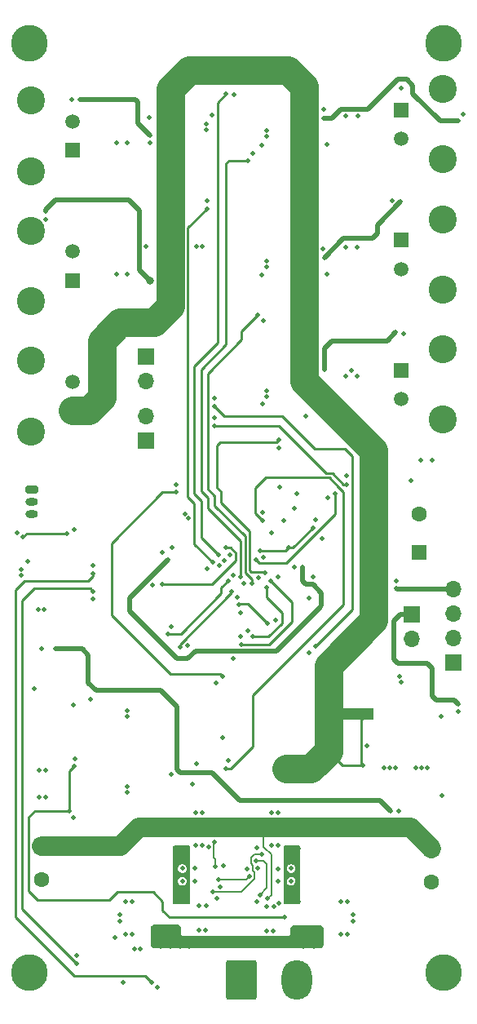
<source format=gbl>
G04 #@! TF.GenerationSoftware,KiCad,Pcbnew,(6.0.6)*
G04 #@! TF.CreationDate,2023-02-05T11:57:00-05:00*
G04 #@! TF.ProjectId,KXRPowerBoardV2,4b585250-6f77-4657-9242-6f6172645632,rev?*
G04 #@! TF.SameCoordinates,Original*
G04 #@! TF.FileFunction,Copper,L4,Bot*
G04 #@! TF.FilePolarity,Positive*
%FSLAX46Y46*%
G04 Gerber Fmt 4.6, Leading zero omitted, Abs format (unit mm)*
G04 Created by KiCad (PCBNEW (6.0.6)) date 2023-02-05 11:57:00*
%MOMM*%
%LPD*%
G01*
G04 APERTURE LIST*
G04 Aperture macros list*
%AMRoundRect*
0 Rectangle with rounded corners*
0 $1 Rounding radius*
0 $2 $3 $4 $5 $6 $7 $8 $9 X,Y pos of 4 corners*
0 Add a 4 corners polygon primitive as box body*
4,1,4,$2,$3,$4,$5,$6,$7,$8,$9,$2,$3,0*
0 Add four circle primitives for the rounded corners*
1,1,$1+$1,$2,$3*
1,1,$1+$1,$4,$5*
1,1,$1+$1,$6,$7*
1,1,$1+$1,$8,$9*
0 Add four rect primitives between the rounded corners*
20,1,$1+$1,$2,$3,$4,$5,0*
20,1,$1+$1,$4,$5,$6,$7,0*
20,1,$1+$1,$6,$7,$8,$9,0*
20,1,$1+$1,$8,$9,$2,$3,0*%
G04 Aperture macros list end*
G04 #@! TA.AperFunction,ComponentPad*
%ADD10R,1.520000X1.520000*%
G04 #@! TD*
G04 #@! TA.AperFunction,ComponentPad*
%ADD11C,1.520000*%
G04 #@! TD*
G04 #@! TA.AperFunction,ComponentPad*
%ADD12C,2.910000*%
G04 #@! TD*
G04 #@! TA.AperFunction,ComponentPad*
%ADD13R,1.700000X1.700000*%
G04 #@! TD*
G04 #@! TA.AperFunction,ComponentPad*
%ADD14O,1.700000X1.700000*%
G04 #@! TD*
G04 #@! TA.AperFunction,ComponentPad*
%ADD15C,3.800000*%
G04 #@! TD*
G04 #@! TA.AperFunction,ComponentPad*
%ADD16R,1.600000X1.600000*%
G04 #@! TD*
G04 #@! TA.AperFunction,ComponentPad*
%ADD17C,1.600000*%
G04 #@! TD*
G04 #@! TA.AperFunction,ComponentPad*
%ADD18RoundRect,0.250000X-1.330000X-1.800000X1.330000X-1.800000X1.330000X1.800000X-1.330000X1.800000X0*%
G04 #@! TD*
G04 #@! TA.AperFunction,ComponentPad*
%ADD19O,3.160000X4.100000*%
G04 #@! TD*
G04 #@! TA.AperFunction,ComponentPad*
%ADD20RoundRect,0.200000X-0.450000X0.200000X-0.450000X-0.200000X0.450000X-0.200000X0.450000X0.200000X0*%
G04 #@! TD*
G04 #@! TA.AperFunction,ComponentPad*
%ADD21O,1.300000X0.800000*%
G04 #@! TD*
G04 #@! TA.AperFunction,ViaPad*
%ADD22C,0.500000*%
G04 #@! TD*
G04 #@! TA.AperFunction,ViaPad*
%ADD23C,0.800000*%
G04 #@! TD*
G04 #@! TA.AperFunction,Conductor*
%ADD24C,0.150000*%
G04 #@! TD*
G04 #@! TA.AperFunction,Conductor*
%ADD25C,2.000000*%
G04 #@! TD*
G04 #@! TA.AperFunction,Conductor*
%ADD26C,0.500000*%
G04 #@! TD*
G04 #@! TA.AperFunction,Conductor*
%ADD27C,0.250000*%
G04 #@! TD*
G04 #@! TA.AperFunction,Conductor*
%ADD28C,3.000000*%
G04 #@! TD*
G04 APERTURE END LIST*
D10*
X182930250Y-61145000D03*
D11*
X182930250Y-58145000D03*
D12*
X178610250Y-63295000D03*
X178610250Y-55995000D03*
D13*
X222500000Y-114290000D03*
D14*
X222500000Y-111750000D03*
X222500000Y-109210000D03*
X222500000Y-106670000D03*
D10*
X182930250Y-88145000D03*
D11*
X182930250Y-85145000D03*
D12*
X178610250Y-90295000D03*
X178610250Y-82995000D03*
D13*
X190600000Y-91275000D03*
D14*
X190600000Y-88735000D03*
D15*
X221500000Y-50000000D03*
D16*
X179725000Y-133325000D03*
D17*
X179725000Y-136825000D03*
D13*
X218200000Y-109325000D03*
D14*
X218200000Y-111865000D03*
D18*
X200512500Y-147225000D03*
D19*
X206212500Y-147225000D03*
D10*
X217043000Y-56947000D03*
D11*
X217043000Y-59947000D03*
D12*
X221363000Y-54797000D03*
X221363000Y-62097000D03*
D10*
X217043000Y-70447000D03*
D11*
X217043000Y-73447000D03*
D12*
X221363000Y-68297000D03*
X221363000Y-75597000D03*
D20*
X178700000Y-96350000D03*
D21*
X178700000Y-97600000D03*
X178700000Y-98850000D03*
D10*
X182930250Y-74645000D03*
D11*
X182930250Y-71645000D03*
D12*
X178610250Y-76795000D03*
X178610250Y-69495000D03*
D13*
X190600000Y-82525000D03*
D14*
X190600000Y-85065000D03*
D16*
X218948000Y-102870000D03*
D17*
X218948000Y-98870000D03*
D15*
X221500000Y-146500000D03*
D16*
X220225000Y-133575000D03*
D17*
X220225000Y-137075000D03*
D15*
X178500000Y-146500000D03*
X178500000Y-50000000D03*
D10*
X217043000Y-83947000D03*
D11*
X217043000Y-86947000D03*
D12*
X221363000Y-81797000D03*
X221363000Y-89097000D03*
D22*
X195725000Y-133300000D03*
X219100000Y-93300000D03*
X198500000Y-122100000D03*
X199600000Y-113900000D03*
X202124500Y-139118365D03*
X210825000Y-142500000D03*
X197400000Y-57500000D03*
X216105378Y-66405378D03*
X179000000Y-117000000D03*
X201100000Y-135700000D03*
X203100000Y-86700000D03*
X183060000Y-130370000D03*
X203625000Y-129900000D03*
X198225569Y-104225569D03*
X213544611Y-122943006D03*
X204500000Y-96100000D03*
X211300000Y-84600000D03*
X209400000Y-74000000D03*
X202200000Y-135675500D03*
X185100000Y-107700000D03*
X211425500Y-94900000D03*
X216800000Y-129700000D03*
X179500000Y-125500000D03*
X221210000Y-119910000D03*
X209000000Y-56900000D03*
X216900000Y-115700000D03*
X182900000Y-55900000D03*
X196100000Y-142100000D03*
X204924685Y-99524685D03*
X189175000Y-142500000D03*
X187900000Y-140425000D03*
X208900000Y-101400000D03*
X199700000Y-55400000D03*
X197075500Y-133400000D03*
X215900000Y-125200000D03*
X223000000Y-119360634D03*
X203146794Y-142136176D03*
X203600000Y-100800000D03*
X196400000Y-133300000D03*
X206200000Y-96800000D03*
X204300000Y-133300000D03*
X198600000Y-135400000D03*
X193200000Y-125900000D03*
X188600000Y-119900000D03*
X208949500Y-71400000D03*
X203821794Y-142136176D03*
X200400000Y-109100000D03*
X204400000Y-139300000D03*
X180145167Y-68346010D03*
X188600000Y-127800000D03*
X191293767Y-106293767D03*
X201700000Y-61500000D03*
X217300000Y-80200000D03*
X216600000Y-105800000D03*
X196900000Y-104525500D03*
X212600000Y-57599500D03*
X205650000Y-135675000D03*
X200100000Y-107500000D03*
X202700000Y-87500000D03*
X192254234Y-102902968D03*
X197700000Y-88900000D03*
X190000000Y-144000000D03*
X196400000Y-71100000D03*
X189175000Y-139100000D03*
X209425500Y-97200000D03*
X179400000Y-108780000D03*
X204300000Y-105374500D03*
X202796679Y-78806500D03*
X207518000Y-107569000D03*
X206000000Y-104425500D03*
X187500000Y-60400000D03*
X180200000Y-125500000D03*
X216500000Y-125200000D03*
X196900000Y-66400000D03*
X183400000Y-144700000D03*
X196400000Y-129900000D03*
X177200000Y-100800000D03*
X187500000Y-74000000D03*
X203100000Y-86100000D03*
X207500000Y-113300000D03*
X204369237Y-92000000D03*
X223500000Y-57400000D03*
X203100000Y-73200000D03*
X212100000Y-140500000D03*
X207200000Y-88700000D03*
X194600000Y-98900000D03*
X212100000Y-141175000D03*
X188600000Y-60400000D03*
X188600000Y-74000000D03*
X203100000Y-59100000D03*
X211300000Y-71200000D03*
X196800000Y-58400000D03*
X191000000Y-60400000D03*
X196800000Y-59000000D03*
X215300000Y-125200000D03*
X177600000Y-105280000D03*
X204325000Y-135700000D03*
X177600000Y-104680000D03*
X195650000Y-135675000D03*
X183200000Y-124300000D03*
X195400000Y-126900000D03*
X198725569Y-103725569D03*
X188500000Y-139100000D03*
X197900000Y-138800000D03*
X217100000Y-116300000D03*
X202600000Y-74100000D03*
X178300000Y-103780000D03*
X195000000Y-99300000D03*
X187900000Y-141100000D03*
X196800000Y-139550000D03*
X188500000Y-142500000D03*
X217100000Y-54700000D03*
X199100000Y-124500000D03*
X211500000Y-142500000D03*
X188600000Y-127200000D03*
X204325000Y-136975000D03*
X185100000Y-104200000D03*
X188200000Y-147500000D03*
X183100000Y-100500000D03*
X195725000Y-129900000D03*
X183000000Y-118700000D03*
X200700000Y-106100000D03*
X203846794Y-139586176D03*
X203100000Y-59700000D03*
X203625000Y-133300000D03*
X198275500Y-137575500D03*
X190600000Y-71100000D03*
X212500000Y-71200000D03*
X208200000Y-99500000D03*
X199600000Y-105200000D03*
X206004680Y-98304680D03*
X187400000Y-142800000D03*
X197700000Y-86900000D03*
X203100000Y-72600000D03*
X184800000Y-118100000D03*
X202086740Y-133514961D03*
X195800000Y-124800000D03*
X202800000Y-103400000D03*
X221300000Y-128100000D03*
X211300000Y-57600000D03*
X203146794Y-139586176D03*
X209400000Y-60500000D03*
X202300000Y-105500000D03*
X195650000Y-136950000D03*
X193300000Y-102400000D03*
X211900000Y-84000000D03*
X219800000Y-125200000D03*
X194350000Y-135675000D03*
X220300000Y-93300000D03*
X200400000Y-111600000D03*
X204300000Y-129900000D03*
X195800000Y-71100000D03*
X210825000Y-139100000D03*
X189400000Y-144000000D03*
X197874500Y-116374113D03*
X204000000Y-109900000D03*
X194900000Y-112500000D03*
X202600000Y-60600000D03*
X180000000Y-108780000D03*
X191800000Y-148000000D03*
X201200000Y-111000000D03*
X207928062Y-105384404D03*
X218600000Y-125200000D03*
X190900000Y-57700000D03*
X211500000Y-139100000D03*
X205650000Y-136975000D03*
X179700000Y-112880000D03*
X219200000Y-125200000D03*
X196775000Y-142100000D03*
X212500000Y-84600000D03*
X199288319Y-103162819D03*
X193200000Y-110600000D03*
X202656233Y-98743767D03*
X180200000Y-128300000D03*
X179500000Y-128300000D03*
X188600000Y-119300000D03*
X218100000Y-95400000D03*
X194350000Y-136975000D03*
X196100000Y-139550000D03*
X193700000Y-95800000D03*
D23*
X207400000Y-142700000D03*
D22*
X193675000Y-139075000D03*
X205775000Y-133575000D03*
X206375000Y-133575000D03*
X206375000Y-139075000D03*
D23*
X193100000Y-143600000D03*
X191700000Y-142700000D03*
D22*
X194800000Y-133575000D03*
X194875000Y-139075000D03*
D23*
X192100000Y-143600000D03*
D22*
X194275000Y-139075000D03*
X205775000Y-139075000D03*
D23*
X208000000Y-143600000D03*
D22*
X193625000Y-133575000D03*
X205175000Y-133575000D03*
X194200000Y-133575000D03*
D23*
X193600000Y-142700000D03*
X195100000Y-143600000D03*
X192600000Y-142700000D03*
X206900000Y-143600000D03*
D22*
X205175000Y-139075000D03*
D23*
X206400000Y-142700000D03*
X194100000Y-143600000D03*
X208400000Y-142700000D03*
D22*
X202000000Y-134900000D03*
X202400000Y-138400000D03*
D23*
X200200000Y-130800000D03*
X199000000Y-130800000D03*
D22*
X203200000Y-138800000D03*
D23*
X201300000Y-130800000D03*
X201300000Y-132000000D03*
X199000000Y-132000000D03*
X200200000Y-132000000D03*
D22*
X207800000Y-106200000D03*
X199600000Y-113100000D03*
X205000000Y-140700000D03*
X216600000Y-106600000D03*
X182600000Y-129700000D03*
X183150000Y-125050000D03*
X192900000Y-103600000D03*
X206800000Y-104400000D03*
X207900000Y-100300000D03*
X211425500Y-95800000D03*
X205386624Y-102389624D03*
X202400000Y-102700000D03*
X197700000Y-89750000D03*
D23*
X191000500Y-74700000D03*
D22*
X180200000Y-67500000D03*
X216600000Y-53900000D03*
X209100000Y-83900000D03*
X216500000Y-80000000D03*
X202000000Y-103600000D03*
X209099750Y-72299750D03*
X210200000Y-96800000D03*
X183700000Y-55900000D03*
X223000000Y-58100000D03*
X217000000Y-66500000D03*
X209000000Y-57800000D03*
X191000000Y-59600000D03*
X181200000Y-112900000D03*
X216000000Y-129700000D03*
X223000000Y-118600000D03*
X193800000Y-125400000D03*
D23*
X204600000Y-124500000D03*
X193600000Y-75900000D03*
X206500000Y-83000000D03*
X207500000Y-56700000D03*
X207500000Y-69400000D03*
X205900000Y-125800000D03*
X207500000Y-55800000D03*
X204600000Y-125800000D03*
X193600000Y-62200000D03*
X206400000Y-55800000D03*
X206400000Y-70300000D03*
X205900000Y-124500000D03*
X193600000Y-61300000D03*
D22*
X213700000Y-120000000D03*
D23*
X207600000Y-83900000D03*
X207600000Y-83000000D03*
X192500000Y-62200000D03*
X206400000Y-56700000D03*
X206500000Y-83900000D03*
X192500000Y-74900000D03*
X206400000Y-69400000D03*
D22*
X213700000Y-119400000D03*
D23*
X192500000Y-75900000D03*
X193600000Y-74900000D03*
D22*
X213100000Y-125000000D03*
D23*
X192500000Y-61300000D03*
X207500000Y-70300000D03*
D22*
X203200000Y-110200000D03*
X200200000Y-108300000D03*
X208200000Y-112600000D03*
X197700000Y-87700000D03*
X182400000Y-100900000D03*
X177800000Y-101300000D03*
X201700000Y-111600000D03*
X203100000Y-106500000D03*
X203500000Y-105800000D03*
X197700000Y-132900000D03*
X200500000Y-112400500D03*
X197800000Y-135500000D03*
X201600000Y-106100000D03*
X202184000Y-78232000D03*
X197500000Y-103900000D03*
X196900000Y-67200000D03*
X192250000Y-106150000D03*
X185100000Y-106900000D03*
X198900000Y-102400000D03*
X183400000Y-145500000D03*
X198120000Y-103124000D03*
X198900000Y-55300000D03*
X201168000Y-62230000D03*
X200400000Y-105400000D03*
X204343000Y-91200000D03*
X202900000Y-105000000D03*
X202588432Y-134154384D03*
X197500000Y-138100000D03*
X198100000Y-136800000D03*
X201300000Y-136500000D03*
X191200000Y-147500000D03*
X185100000Y-105100000D03*
X202700000Y-99600000D03*
X198900000Y-125300000D03*
X193700000Y-96600000D03*
X198500000Y-115700000D03*
X192900000Y-111300000D03*
X199124431Y-105824431D03*
X194100000Y-112700000D03*
X199500000Y-106900000D03*
D24*
X202800000Y-134900000D02*
X203100000Y-135200000D01*
X203100000Y-137700000D02*
X202400000Y-138400000D01*
X202000000Y-134900000D02*
X202800000Y-134900000D01*
X203100000Y-135200000D02*
X203100000Y-137700000D01*
D25*
X218075000Y-131425000D02*
X203275000Y-131425000D01*
X203275000Y-131425000D02*
X199675000Y-131425000D01*
X189825000Y-131425000D02*
X187925000Y-133325000D01*
D24*
X202800000Y-131900000D02*
X203275000Y-131425000D01*
X203600000Y-134200000D02*
X202800000Y-133400000D01*
D25*
X187925000Y-133325000D02*
X179725000Y-133325000D01*
X220225000Y-133575000D02*
X218075000Y-131425000D01*
D24*
X203200000Y-138800000D02*
X203600000Y-138400000D01*
X202800000Y-133400000D02*
X202800000Y-131900000D01*
X203600000Y-138400000D02*
X203600000Y-134200000D01*
D25*
X199675000Y-131425000D02*
X189825000Y-131425000D01*
D26*
X216670000Y-106670000D02*
X216600000Y-106600000D01*
X208800000Y-108400000D02*
X208800000Y-107100000D01*
D27*
X186800000Y-138900000D02*
X179300000Y-138900000D01*
D26*
X208600000Y-108600000D02*
X208800000Y-108400000D01*
X199600000Y-113100000D02*
X195700000Y-113100000D01*
X204100000Y-113100000D02*
X208600000Y-108600000D01*
X194900000Y-113900000D02*
X193800000Y-113900000D01*
D27*
X182600000Y-129700000D02*
X182600000Y-125600000D01*
X192300000Y-139100000D02*
X191300000Y-138100000D01*
D26*
X208800000Y-107100000D02*
X207900000Y-106200000D01*
X222500000Y-106670000D02*
X216670000Y-106670000D01*
X207900000Y-106200000D02*
X207800000Y-106200000D01*
D27*
X182600000Y-125600000D02*
X183150000Y-125050000D01*
X179020000Y-129700000D02*
X182600000Y-129700000D01*
D26*
X207800000Y-106200000D02*
X207200000Y-106200000D01*
D27*
X192300000Y-140000000D02*
X192300000Y-139100000D01*
X179300000Y-138900000D02*
X178400000Y-138000000D01*
X191300000Y-138100000D02*
X187600000Y-138100000D01*
D26*
X207200000Y-106200000D02*
X206800000Y-105800000D01*
D27*
X205000000Y-140700000D02*
X193000000Y-140700000D01*
X187600000Y-138100000D02*
X186800000Y-138900000D01*
X178400000Y-130320000D02*
X179020000Y-129700000D01*
D26*
X206800000Y-105800000D02*
X206800000Y-104400000D01*
X188900000Y-107600000D02*
X192900000Y-103600000D01*
X199600000Y-113100000D02*
X204100000Y-113100000D01*
X193800000Y-113900000D02*
X192200000Y-112300000D01*
X192200000Y-112300000D02*
X188900000Y-109000000D01*
D27*
X178400000Y-138000000D02*
X178400000Y-130320000D01*
D26*
X188900000Y-109000000D02*
X188900000Y-107600000D01*
D27*
X183150000Y-125050000D02*
X183200000Y-125000000D01*
X193000000Y-140700000D02*
X192300000Y-140000000D01*
D26*
X195700000Y-113100000D02*
X194900000Y-113900000D01*
D27*
X209250000Y-94650000D02*
X204350000Y-89750000D01*
X204350000Y-89750000D02*
X197700000Y-89750000D01*
X211425500Y-95800000D02*
X211100000Y-95800000D01*
X209950000Y-94650000D02*
X209250000Y-94650000D01*
X207900000Y-100300000D02*
X205810376Y-102389624D01*
X202400000Y-102700000D02*
X205076248Y-102700000D01*
X205810376Y-102389624D02*
X205386624Y-102389624D01*
X211100000Y-95800000D02*
X209950000Y-94650000D01*
X205076248Y-102700000D02*
X205386624Y-102389624D01*
D26*
X189700000Y-56100000D02*
X189500000Y-55900000D01*
X223000000Y-58100000D02*
X221100000Y-58100000D01*
X209000000Y-57800000D02*
X209900000Y-57800000D01*
X209099500Y-72300000D02*
X209099750Y-72299750D01*
X218300000Y-55300000D02*
X218300000Y-54400000D01*
X189700000Y-58300000D02*
X189700000Y-56100000D01*
X216700000Y-53800000D02*
X216600000Y-53900000D01*
X188800000Y-66300000D02*
X189900000Y-67400000D01*
X180200000Y-67309550D02*
X181209550Y-66300000D01*
X221100000Y-58100000D02*
X218300000Y-55300000D01*
X213600000Y-56900000D02*
X216600000Y-53900000D01*
D27*
X210200000Y-98900000D02*
X205125000Y-103975000D01*
X205125000Y-103975000D02*
X202375000Y-103975000D01*
D26*
X189900000Y-67400000D02*
X189900000Y-73599500D01*
X211099500Y-70300000D02*
X209099750Y-72299750D01*
X217000000Y-66500000D02*
X214600000Y-68900000D01*
X216500000Y-80000000D02*
X215600000Y-80900000D01*
X209900000Y-80900000D02*
X209100000Y-81700000D01*
X209900000Y-57800000D02*
X210800000Y-56900000D01*
X210800000Y-56900000D02*
X213600000Y-56900000D01*
D27*
X202375000Y-103975000D02*
X202000000Y-103600000D01*
D26*
X181209550Y-66300000D02*
X188800000Y-66300000D01*
D27*
X210200000Y-96800000D02*
X210200000Y-98900000D01*
D26*
X217700000Y-53800000D02*
X216700000Y-53800000D01*
X191000000Y-59600000D02*
X189700000Y-58300000D01*
X189900000Y-73599500D02*
X191000500Y-74700000D01*
X189500000Y-55900000D02*
X183700000Y-55900000D01*
X215600000Y-80900000D02*
X209900000Y-80900000D01*
X214100000Y-70300000D02*
X211099500Y-70300000D01*
X180200000Y-67500000D02*
X180200000Y-67309550D01*
X214600000Y-69800000D02*
X214100000Y-70300000D01*
X209100000Y-81700000D02*
X209100000Y-83900000D01*
X218300000Y-54400000D02*
X217700000Y-53800000D01*
X214600000Y-68900000D02*
X214600000Y-69800000D01*
X216300000Y-110000000D02*
X216300000Y-114000000D01*
X216300000Y-114000000D02*
X216700000Y-114400000D01*
X197400000Y-125700000D02*
X199800000Y-128100000D01*
X199800000Y-128100000D02*
X200300000Y-128600000D01*
X216975000Y-109325000D02*
X216300000Y-110000000D01*
X184600000Y-115700000D02*
X184600000Y-113500000D01*
X220300000Y-117800000D02*
X220700000Y-118200000D01*
X193800000Y-125400000D02*
X194100000Y-125700000D01*
X184000000Y-112900000D02*
X184600000Y-113500000D01*
X220700000Y-118200000D02*
X222600000Y-118200000D01*
X192100000Y-117200000D02*
X185400000Y-117200000D01*
X222600000Y-118200000D02*
X223000000Y-118600000D01*
X218200000Y-109325000D02*
X216975000Y-109325000D01*
X207700000Y-128600000D02*
X214900000Y-128600000D01*
X194100000Y-125700000D02*
X195800000Y-125700000D01*
X193800000Y-125400000D02*
X193800000Y-118900000D01*
X184600000Y-116400000D02*
X184600000Y-115700000D01*
X200300000Y-128600000D02*
X207700000Y-128600000D01*
X195800000Y-125700000D02*
X197400000Y-125700000D01*
X214900000Y-128600000D02*
X216000000Y-129700000D01*
X193800000Y-118900000D02*
X193000000Y-118100000D01*
X220300000Y-114900000D02*
X220300000Y-117800000D01*
X181200000Y-112900000D02*
X184000000Y-112900000D01*
X193000000Y-118100000D02*
X192100000Y-117200000D01*
X185400000Y-117200000D02*
X184600000Y-116400000D01*
X219800000Y-114400000D02*
X220300000Y-114900000D01*
X216700000Y-114400000D02*
X219800000Y-114400000D01*
D28*
X207000000Y-85100000D02*
X207000000Y-54500000D01*
X186000000Y-86800000D02*
X184655000Y-88145000D01*
X207000000Y-54500000D02*
X205300000Y-52800000D01*
D27*
X212969611Y-124869611D02*
X212969611Y-120230389D01*
X213100000Y-125000000D02*
X211000000Y-125000000D01*
D28*
X207700000Y-125300000D02*
X209500000Y-123500000D01*
X184655000Y-88145000D02*
X182930250Y-88145000D01*
X186000000Y-80900000D02*
X186000000Y-86800000D01*
D27*
X212969611Y-120230389D02*
X213200000Y-120000000D01*
D28*
X187900000Y-79000000D02*
X186000000Y-80900000D01*
X209500000Y-114600000D02*
X214200000Y-109900000D01*
D27*
X213200000Y-120000000D02*
X213700000Y-120000000D01*
D28*
X214200000Y-92300000D02*
X207000000Y-85100000D01*
X191400000Y-79000000D02*
X187900000Y-79000000D01*
X205300000Y-52800000D02*
X195100000Y-52800000D01*
X195100000Y-52800000D02*
X193100000Y-54800000D01*
X193100000Y-54800000D02*
X193100000Y-77300000D01*
X209500000Y-123500000D02*
X209500000Y-114600000D01*
X193100000Y-77300000D02*
X191400000Y-79000000D01*
D27*
X213100000Y-125000000D02*
X212969611Y-124869611D01*
D28*
X214200000Y-109900000D02*
X214200000Y-92300000D01*
X205100000Y-125300000D02*
X207700000Y-125300000D01*
D27*
X211000000Y-125000000D02*
X209500000Y-123500000D01*
X200275000Y-108225000D02*
X200200000Y-108300000D01*
X201189000Y-108225000D02*
X200275000Y-108225000D01*
X203164000Y-110200000D02*
X201189000Y-108225000D01*
X203200000Y-110200000D02*
X203164000Y-110200000D01*
X208200000Y-112600000D02*
X212000000Y-108800000D01*
X198700000Y-88700000D02*
X197700000Y-87700000D01*
X204700000Y-88700000D02*
X198700000Y-88700000D01*
X211200000Y-92100000D02*
X208100000Y-92100000D01*
X208100000Y-92100000D02*
X204700000Y-88700000D01*
X212000000Y-92900000D02*
X211200000Y-92100000D01*
X212000000Y-108800000D02*
X212000000Y-92900000D01*
X178200000Y-100900000D02*
X177800000Y-101300000D01*
X182400000Y-100900000D02*
X178200000Y-100900000D01*
X203100000Y-106500000D02*
X203100000Y-107500000D01*
X204700000Y-109100000D02*
X204700000Y-110200000D01*
X204700000Y-110200000D02*
X203300000Y-111600000D01*
X203300000Y-111600000D02*
X201700000Y-111600000D01*
X203100000Y-107500000D02*
X204700000Y-109100000D01*
X200500000Y-112400500D02*
X203335896Y-112400500D01*
X205700000Y-108000000D02*
X203500000Y-105800000D01*
X205700000Y-110036396D02*
X205700000Y-108000000D01*
D24*
X197600000Y-133000000D02*
X197700000Y-132900000D01*
X197600000Y-134500000D02*
X197600000Y-133000000D01*
D27*
X203335896Y-112400500D02*
X205700000Y-110036396D01*
D24*
X197800000Y-134700000D02*
X197600000Y-134500000D01*
X197800000Y-135500000D02*
X197800000Y-134700000D01*
D27*
X200900000Y-101200000D02*
X197700000Y-98000000D01*
X200500000Y-80800000D02*
X200500000Y-79916000D01*
X201600000Y-106100000D02*
X201600000Y-105700000D01*
X197000000Y-96300000D02*
X197000000Y-84300000D01*
X200900000Y-105000000D02*
X200900000Y-101200000D01*
X197700000Y-98000000D02*
X197700000Y-97000000D01*
X200500000Y-79916000D02*
X202184000Y-78232000D01*
X201600000Y-105700000D02*
X200900000Y-105000000D01*
X197000000Y-84300000D02*
X200500000Y-80800000D01*
X197700000Y-97000000D02*
X197000000Y-96300000D01*
X195600000Y-101000000D02*
X195575000Y-100975000D01*
X197500000Y-103900000D02*
X195600000Y-102000000D01*
X194925000Y-69175000D02*
X196900000Y-67200000D01*
X194900000Y-97100000D02*
X194900000Y-78080940D01*
X195575000Y-97775000D02*
X194900000Y-97100000D01*
X194900000Y-78080940D02*
X194925000Y-78055940D01*
X195600000Y-102000000D02*
X195600000Y-101000000D01*
X195575000Y-100975000D02*
X195575000Y-97775000D01*
X194925000Y-78055940D02*
X194925000Y-69175000D01*
X179000000Y-106600000D02*
X184800000Y-106600000D01*
X197450000Y-106150000D02*
X192250000Y-106150000D01*
X183410000Y-145490000D02*
X183290000Y-145490000D01*
X198900000Y-102400000D02*
X199350000Y-102400000D01*
X199900000Y-102950000D02*
X199900000Y-103700000D01*
X177700000Y-107900000D02*
X179000000Y-106600000D01*
X177700000Y-139900000D02*
X177700000Y-107900000D01*
X199350000Y-102400000D02*
X199900000Y-102950000D01*
X199900000Y-103700000D02*
X197450000Y-106150000D01*
X184800000Y-106600000D02*
X185100000Y-106900000D01*
X183290000Y-145490000D02*
X177700000Y-139900000D01*
X195600000Y-83543208D02*
X195600000Y-96800000D01*
X198900000Y-55300000D02*
X198000000Y-56200000D01*
X196300000Y-97500000D02*
X196300000Y-101304000D01*
X198000000Y-56200000D02*
X198000000Y-81143208D01*
X196300000Y-101304000D02*
X198120000Y-103124000D01*
X195600000Y-96800000D02*
X196300000Y-97500000D01*
X198000000Y-81143208D02*
X195600000Y-83543208D01*
X200406000Y-101706000D02*
X197000000Y-98300000D01*
X198900000Y-62500000D02*
X199170000Y-62230000D01*
X198900000Y-81300000D02*
X198900000Y-62500000D01*
X200400000Y-105400000D02*
X200406000Y-105394000D01*
X196300000Y-83900000D02*
X198900000Y-81300000D01*
X197000000Y-97200000D02*
X196300000Y-96500000D01*
X200406000Y-105394000D02*
X200406000Y-101706000D01*
X199170000Y-62230000D02*
X201168000Y-62230000D01*
X197000000Y-98300000D02*
X197000000Y-97200000D01*
X196300000Y-96500000D02*
X196300000Y-83900000D01*
X204103000Y-91440000D02*
X198260000Y-91440000D01*
X204343000Y-91200000D02*
X204103000Y-91440000D01*
X198400000Y-97700000D02*
X201350000Y-100650000D01*
X201350000Y-104750000D02*
X201500000Y-104900000D01*
X198400000Y-96600000D02*
X198400000Y-97700000D01*
X202800000Y-104900000D02*
X202900000Y-105000000D01*
X201500000Y-104900000D02*
X202800000Y-104900000D01*
X197900000Y-96100000D02*
X198400000Y-96600000D01*
X201350000Y-100650000D02*
X201350000Y-104750000D01*
X198260000Y-91440000D02*
X197900000Y-91800000D01*
X197900000Y-91800000D02*
X197900000Y-96100000D01*
D24*
X201845616Y-134154384D02*
X201475000Y-134525000D01*
X201675000Y-135362750D02*
X201675000Y-135892963D01*
X201825000Y-136775000D02*
X200500000Y-138100000D01*
X201475000Y-134525000D02*
X201475000Y-135162750D01*
X202588432Y-134154384D02*
X201845616Y-134154384D01*
X201825000Y-136042963D02*
X201825000Y-136775000D01*
X201675000Y-135892963D02*
X201825000Y-136042963D01*
X201475000Y-135162750D02*
X201675000Y-135362750D01*
X200500000Y-138100000D02*
X197500000Y-138100000D01*
X201000000Y-136800000D02*
X198100000Y-136800000D01*
X201300000Y-136500000D02*
X201000000Y-136800000D01*
D27*
X183100000Y-146800000D02*
X190500000Y-146800000D01*
X184600000Y-105800000D02*
X178000000Y-105800000D01*
X177000000Y-140700000D02*
X183100000Y-146800000D01*
X190500000Y-146800000D02*
X191200000Y-147500000D01*
X185100000Y-105300000D02*
X184600000Y-105800000D01*
X178000000Y-105800000D02*
X177000000Y-106800000D01*
X185100000Y-105100000D02*
X185100000Y-105300000D01*
X177000000Y-106800000D02*
X177000000Y-140700000D01*
X198900000Y-125300000D02*
X199400000Y-125300000D01*
X201700000Y-123000000D02*
X201700000Y-117700000D01*
X201900000Y-98800000D02*
X202700000Y-99600000D01*
X201700000Y-117700000D02*
X211100000Y-108300000D01*
X199400000Y-125300000D02*
X201700000Y-123000000D01*
X210575000Y-96061827D02*
X209613173Y-95100000D01*
X210575000Y-96075000D02*
X210575000Y-96061827D01*
X203000000Y-95100000D02*
X201900000Y-96200000D01*
X211100000Y-96600000D02*
X210575000Y-96075000D01*
X201900000Y-96200000D02*
X201900000Y-98800000D01*
X211100000Y-108300000D02*
X211100000Y-96600000D01*
X209613173Y-95100000D02*
X203000000Y-95100000D01*
X193700000Y-96600000D02*
X192300000Y-96600000D01*
X193100000Y-115500000D02*
X198300000Y-115500000D01*
X187000000Y-101900000D02*
X187000000Y-109400000D01*
X198300000Y-115500000D02*
X198500000Y-115700000D01*
X187000000Y-109400000D02*
X193100000Y-115500000D01*
X192300000Y-96600000D02*
X187000000Y-101900000D01*
X198400000Y-107100000D02*
X198400000Y-106548862D01*
X194200000Y-111300000D02*
X198400000Y-107100000D01*
X192900000Y-111300000D02*
X194200000Y-111300000D01*
X198400000Y-106548862D02*
X199124431Y-105824431D01*
X194100000Y-112401467D02*
X199500000Y-107001467D01*
X199500000Y-107001467D02*
X199500000Y-106900000D01*
X194100000Y-112700000D02*
X194100000Y-112401467D01*
G04 #@! TA.AperFunction,Conductor*
G36*
X214142121Y-119020002D02*
G01*
X214188614Y-119073658D01*
X214200000Y-119126000D01*
X214200000Y-120074000D01*
X214179998Y-120142121D01*
X214126342Y-120188614D01*
X214074000Y-120200000D01*
X210926000Y-120200000D01*
X210857879Y-120179998D01*
X210811386Y-120126342D01*
X210800000Y-120074000D01*
X210800000Y-119126000D01*
X210820002Y-119057879D01*
X210873658Y-119011386D01*
X210926000Y-119000000D01*
X214074000Y-119000000D01*
X214142121Y-119020002D01*
G37*
G04 #@! TD.AperFunction*
G04 #@! TA.AperFunction,Conductor*
G36*
X206517121Y-133295002D02*
G01*
X206563614Y-133348658D01*
X206575000Y-133401000D01*
X206575000Y-139222810D01*
X206554998Y-139290931D01*
X206538095Y-139311905D01*
X206511905Y-139338095D01*
X206449593Y-139372121D01*
X206422810Y-139375000D01*
X205027190Y-139375000D01*
X204959069Y-139354998D01*
X204938095Y-139338095D01*
X204911905Y-139311905D01*
X204877879Y-139249593D01*
X204875000Y-139222810D01*
X204875000Y-136969440D01*
X205194901Y-136969440D01*
X205196065Y-136978342D01*
X205196065Y-136978345D01*
X205210468Y-137088489D01*
X205210469Y-137088493D01*
X205211633Y-137097394D01*
X205263605Y-137215510D01*
X205346639Y-137314291D01*
X205454060Y-137385796D01*
X205577233Y-137424278D01*
X205586203Y-137424442D01*
X205586207Y-137424443D01*
X205644942Y-137425519D01*
X205706255Y-137426643D01*
X205768505Y-137409672D01*
X205822092Y-137395062D01*
X205822093Y-137395062D01*
X205830755Y-137392700D01*
X205838405Y-137388003D01*
X205838407Y-137388002D01*
X205933072Y-137329878D01*
X205933075Y-137329875D01*
X205940724Y-137325179D01*
X205946750Y-137318522D01*
X206021300Y-137236161D01*
X206021303Y-137236157D01*
X206027322Y-137229507D01*
X206083588Y-137113375D01*
X206104997Y-136986120D01*
X206105133Y-136975000D01*
X206086839Y-136847259D01*
X206033428Y-136729788D01*
X205949193Y-136632028D01*
X205840906Y-136561841D01*
X205832311Y-136559271D01*
X205832310Y-136559270D01*
X205725874Y-136527438D01*
X205725872Y-136527438D01*
X205717273Y-136524866D01*
X205708298Y-136524811D01*
X205708297Y-136524811D01*
X205653641Y-136524477D01*
X205588231Y-136524078D01*
X205576475Y-136527438D01*
X205472786Y-136557072D01*
X205472784Y-136557073D01*
X205464155Y-136559539D01*
X205355019Y-136628399D01*
X205269596Y-136725122D01*
X205265782Y-136733245D01*
X205265781Y-136733247D01*
X205239794Y-136788598D01*
X205214754Y-136841932D01*
X205213374Y-136850798D01*
X205196282Y-136960567D01*
X205196282Y-136960571D01*
X205194901Y-136969440D01*
X204875000Y-136969440D01*
X204875000Y-135669440D01*
X205194901Y-135669440D01*
X205196065Y-135678342D01*
X205196065Y-135678345D01*
X205210468Y-135788489D01*
X205210469Y-135788493D01*
X205211633Y-135797394D01*
X205263605Y-135915510D01*
X205269382Y-135922383D01*
X205269383Y-135922384D01*
X205296385Y-135954507D01*
X205346639Y-136014291D01*
X205454060Y-136085796D01*
X205577233Y-136124278D01*
X205586203Y-136124442D01*
X205586207Y-136124443D01*
X205644942Y-136125519D01*
X205706255Y-136126643D01*
X205768505Y-136109671D01*
X205822092Y-136095062D01*
X205822093Y-136095062D01*
X205830755Y-136092700D01*
X205838405Y-136088003D01*
X205838407Y-136088002D01*
X205933072Y-136029878D01*
X205933075Y-136029875D01*
X205940724Y-136025179D01*
X205946750Y-136018522D01*
X206021300Y-135936161D01*
X206021303Y-135936157D01*
X206027322Y-135929507D01*
X206083588Y-135813375D01*
X206104997Y-135686120D01*
X206105133Y-135675000D01*
X206097748Y-135623433D01*
X206088112Y-135556145D01*
X206088111Y-135556142D01*
X206086839Y-135547259D01*
X206044795Y-135454788D01*
X206037145Y-135437962D01*
X206037143Y-135437959D01*
X206033428Y-135429788D01*
X206007625Y-135399842D01*
X205955051Y-135338826D01*
X205955049Y-135338824D01*
X205949193Y-135332028D01*
X205840906Y-135261841D01*
X205832311Y-135259271D01*
X205832310Y-135259270D01*
X205725874Y-135227438D01*
X205725872Y-135227438D01*
X205717273Y-135224866D01*
X205708298Y-135224811D01*
X205708297Y-135224811D01*
X205653641Y-135224477D01*
X205588231Y-135224078D01*
X205576475Y-135227438D01*
X205472786Y-135257072D01*
X205472784Y-135257073D01*
X205464155Y-135259539D01*
X205355019Y-135328399D01*
X205349076Y-135335128D01*
X205349075Y-135335129D01*
X205281351Y-135411812D01*
X205269596Y-135425122D01*
X205265782Y-135433245D01*
X205265781Y-135433247D01*
X205255668Y-135454788D01*
X205214754Y-135541932D01*
X205210032Y-135572259D01*
X205196282Y-135660567D01*
X205196282Y-135660571D01*
X205194901Y-135669440D01*
X204875000Y-135669440D01*
X204875000Y-133427190D01*
X204895002Y-133359069D01*
X204911905Y-133338095D01*
X204938095Y-133311905D01*
X205000407Y-133277879D01*
X205027190Y-133275000D01*
X206449000Y-133275000D01*
X206517121Y-133295002D01*
G37*
G04 #@! TD.AperFunction*
G04 #@! TA.AperFunction,Conductor*
G36*
X195090931Y-133295002D02*
G01*
X195111905Y-133311905D01*
X195138095Y-133338095D01*
X195172121Y-133400407D01*
X195175000Y-133427190D01*
X195175000Y-139222810D01*
X195154998Y-139290931D01*
X195138095Y-139311905D01*
X195111905Y-139338095D01*
X195049593Y-139372121D01*
X195022810Y-139375000D01*
X193527190Y-139375000D01*
X193459069Y-139354998D01*
X193438095Y-139338095D01*
X193411905Y-139311905D01*
X193377879Y-139249593D01*
X193375000Y-139222810D01*
X193375000Y-136969440D01*
X193894901Y-136969440D01*
X193896065Y-136978342D01*
X193896065Y-136978345D01*
X193910468Y-137088489D01*
X193910469Y-137088493D01*
X193911633Y-137097394D01*
X193915250Y-137105614D01*
X193958764Y-137204507D01*
X193963605Y-137215510D01*
X194046639Y-137314291D01*
X194154060Y-137385796D01*
X194277233Y-137424278D01*
X194286203Y-137424442D01*
X194286207Y-137424443D01*
X194344942Y-137425519D01*
X194406255Y-137426643D01*
X194497953Y-137401643D01*
X194522092Y-137395062D01*
X194522093Y-137395062D01*
X194530755Y-137392700D01*
X194538405Y-137388003D01*
X194538407Y-137388002D01*
X194633072Y-137329878D01*
X194633075Y-137329875D01*
X194640724Y-137325179D01*
X194646750Y-137318522D01*
X194721300Y-137236161D01*
X194721303Y-137236157D01*
X194727322Y-137229507D01*
X194783588Y-137113375D01*
X194804997Y-136986120D01*
X194805133Y-136975000D01*
X194786839Y-136847259D01*
X194733428Y-136729788D01*
X194649193Y-136632028D01*
X194540906Y-136561841D01*
X194532311Y-136559271D01*
X194532310Y-136559270D01*
X194425874Y-136527438D01*
X194425872Y-136527438D01*
X194417273Y-136524866D01*
X194408298Y-136524811D01*
X194408297Y-136524811D01*
X194353641Y-136524477D01*
X194288231Y-136524078D01*
X194276475Y-136527438D01*
X194172786Y-136557072D01*
X194172784Y-136557073D01*
X194164155Y-136559539D01*
X194055019Y-136628399D01*
X193969596Y-136725122D01*
X193965782Y-136733245D01*
X193965781Y-136733247D01*
X193939794Y-136788598D01*
X193914754Y-136841932D01*
X193913374Y-136850798D01*
X193896282Y-136960567D01*
X193896282Y-136960571D01*
X193894901Y-136969440D01*
X193375000Y-136969440D01*
X193375000Y-135669440D01*
X193894901Y-135669440D01*
X193896065Y-135678342D01*
X193896065Y-135678345D01*
X193910468Y-135788489D01*
X193910469Y-135788493D01*
X193911633Y-135797394D01*
X193963605Y-135915510D01*
X194046639Y-136014291D01*
X194154060Y-136085796D01*
X194277233Y-136124278D01*
X194286203Y-136124442D01*
X194286207Y-136124443D01*
X194344942Y-136125519D01*
X194406255Y-136126643D01*
X194468505Y-136109671D01*
X194522092Y-136095062D01*
X194522093Y-136095062D01*
X194530755Y-136092700D01*
X194538405Y-136088003D01*
X194538407Y-136088002D01*
X194633072Y-136029878D01*
X194633075Y-136029875D01*
X194640724Y-136025179D01*
X194646750Y-136018522D01*
X194721300Y-135936161D01*
X194721303Y-135936157D01*
X194727322Y-135929507D01*
X194783588Y-135813375D01*
X194804997Y-135686120D01*
X194805133Y-135675000D01*
X194786839Y-135547259D01*
X194733428Y-135429788D01*
X194649193Y-135332028D01*
X194540906Y-135261841D01*
X194532311Y-135259271D01*
X194532310Y-135259270D01*
X194425874Y-135227438D01*
X194425872Y-135227438D01*
X194417273Y-135224866D01*
X194408298Y-135224811D01*
X194408297Y-135224811D01*
X194353641Y-135224477D01*
X194288231Y-135224078D01*
X194276475Y-135227438D01*
X194172786Y-135257072D01*
X194172784Y-135257073D01*
X194164155Y-135259539D01*
X194055019Y-135328399D01*
X193969596Y-135425122D01*
X193965782Y-135433245D01*
X193965781Y-135433247D01*
X193939794Y-135488598D01*
X193914754Y-135541932D01*
X193913374Y-135550798D01*
X193896282Y-135660567D01*
X193896282Y-135660571D01*
X193894901Y-135669440D01*
X193375000Y-135669440D01*
X193375000Y-133427190D01*
X193395002Y-133359069D01*
X193411905Y-133338095D01*
X193438095Y-133311905D01*
X193500407Y-133277879D01*
X193527190Y-133275000D01*
X195022810Y-133275000D01*
X195090931Y-133295002D01*
G37*
G04 #@! TD.AperFunction*
G04 #@! TA.AperFunction,Conductor*
G36*
X194015931Y-141520002D02*
G01*
X194036905Y-141536905D01*
X194163095Y-141663095D01*
X194197121Y-141725407D01*
X194200000Y-141752190D01*
X194200000Y-142500000D01*
X194400000Y-142700000D01*
X205400000Y-142700000D01*
X205600000Y-142500000D01*
X205600000Y-141852190D01*
X205620002Y-141784069D01*
X205636905Y-141763095D01*
X205763095Y-141636905D01*
X205825407Y-141602879D01*
X205852190Y-141600000D01*
X208747810Y-141600000D01*
X208815931Y-141620002D01*
X208836905Y-141636905D01*
X208963095Y-141763095D01*
X208997121Y-141825407D01*
X209000000Y-141852190D01*
X209000000Y-143647810D01*
X208979998Y-143715931D01*
X208963095Y-143736905D01*
X208836905Y-143863095D01*
X208774593Y-143897121D01*
X208747810Y-143900000D01*
X191352190Y-143900000D01*
X191284069Y-143879998D01*
X191263095Y-143863095D01*
X191136905Y-143736905D01*
X191102879Y-143674593D01*
X191100000Y-143647810D01*
X191100000Y-141752190D01*
X191120002Y-141684069D01*
X191136905Y-141663095D01*
X191263095Y-141536905D01*
X191325407Y-141502879D01*
X191352190Y-141500000D01*
X193947810Y-141500000D01*
X194015931Y-141520002D01*
G37*
G04 #@! TD.AperFunction*
M02*

</source>
